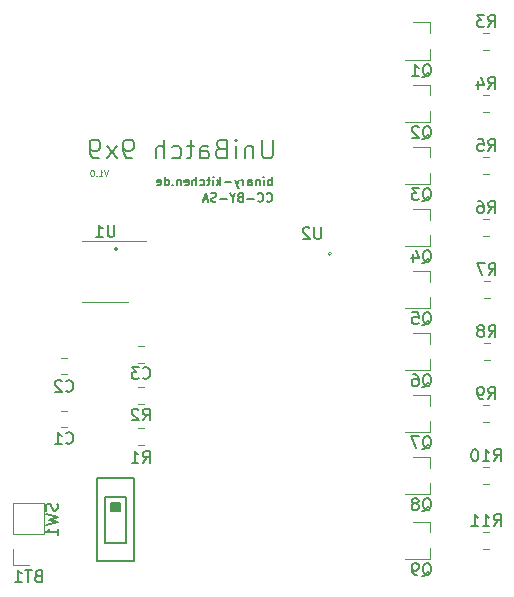
<source format=gbr>
%TF.GenerationSoftware,KiCad,Pcbnew,5.1.6*%
%TF.CreationDate,2020-08-10T20:46:36+02:00*%
%TF.ProjectId,unibatch-9x9,756e6962-6174-4636-982d-3978392e6b69,rev?*%
%TF.SameCoordinates,Original*%
%TF.FileFunction,Legend,Bot*%
%TF.FilePolarity,Positive*%
%FSLAX46Y46*%
G04 Gerber Fmt 4.6, Leading zero omitted, Abs format (unit mm)*
G04 Created by KiCad (PCBNEW 5.1.6) date 2020-08-10 20:46:36*
%MOMM*%
%LPD*%
G01*
G04 APERTURE LIST*
%ADD10C,0.150000*%
%ADD11C,0.140000*%
%ADD12C,0.110000*%
%ADD13C,0.187500*%
%ADD14C,0.100000*%
%ADD15C,0.120000*%
G04 APERTURE END LIST*
D10*
X9541421Y-21600000D02*
G75*
G03*
X9541421Y-21600000I-141421J0D01*
G01*
D11*
X22153857Y-17539857D02*
X22189571Y-17575571D01*
X22296714Y-17611285D01*
X22368142Y-17611285D01*
X22475285Y-17575571D01*
X22546714Y-17504142D01*
X22582428Y-17432714D01*
X22618142Y-17289857D01*
X22618142Y-17182714D01*
X22582428Y-17039857D01*
X22546714Y-16968428D01*
X22475285Y-16897000D01*
X22368142Y-16861285D01*
X22296714Y-16861285D01*
X22189571Y-16897000D01*
X22153857Y-16932714D01*
X21403857Y-17539857D02*
X21439571Y-17575571D01*
X21546714Y-17611285D01*
X21618142Y-17611285D01*
X21725285Y-17575571D01*
X21796714Y-17504142D01*
X21832428Y-17432714D01*
X21868142Y-17289857D01*
X21868142Y-17182714D01*
X21832428Y-17039857D01*
X21796714Y-16968428D01*
X21725285Y-16897000D01*
X21618142Y-16861285D01*
X21546714Y-16861285D01*
X21439571Y-16897000D01*
X21403857Y-16932714D01*
X21082428Y-17325571D02*
X20511000Y-17325571D01*
X19903857Y-17218428D02*
X19796714Y-17254142D01*
X19761000Y-17289857D01*
X19725285Y-17361285D01*
X19725285Y-17468428D01*
X19761000Y-17539857D01*
X19796714Y-17575571D01*
X19868142Y-17611285D01*
X20153857Y-17611285D01*
X20153857Y-16861285D01*
X19903857Y-16861285D01*
X19832428Y-16897000D01*
X19796714Y-16932714D01*
X19761000Y-17004142D01*
X19761000Y-17075571D01*
X19796714Y-17147000D01*
X19832428Y-17182714D01*
X19903857Y-17218428D01*
X20153857Y-17218428D01*
X19261000Y-17254142D02*
X19261000Y-17611285D01*
X19511000Y-16861285D02*
X19261000Y-17254142D01*
X19011000Y-16861285D01*
X18761000Y-17325571D02*
X18189571Y-17325571D01*
X17868142Y-17575571D02*
X17761000Y-17611285D01*
X17582428Y-17611285D01*
X17511000Y-17575571D01*
X17475285Y-17539857D01*
X17439571Y-17468428D01*
X17439571Y-17397000D01*
X17475285Y-17325571D01*
X17511000Y-17289857D01*
X17582428Y-17254142D01*
X17725285Y-17218428D01*
X17796714Y-17182714D01*
X17832428Y-17147000D01*
X17868142Y-17075571D01*
X17868142Y-17004142D01*
X17832428Y-16932714D01*
X17796714Y-16897000D01*
X17725285Y-16861285D01*
X17546714Y-16861285D01*
X17439571Y-16897000D01*
X17153857Y-17397000D02*
X16796714Y-17397000D01*
X17225285Y-17611285D02*
X16975285Y-16861285D01*
X16725285Y-17611285D01*
X22582428Y-16214285D02*
X22582428Y-15464285D01*
X22582428Y-15750000D02*
X22511000Y-15714285D01*
X22368142Y-15714285D01*
X22296714Y-15750000D01*
X22261000Y-15785714D01*
X22225285Y-15857142D01*
X22225285Y-16071428D01*
X22261000Y-16142857D01*
X22296714Y-16178571D01*
X22368142Y-16214285D01*
X22511000Y-16214285D01*
X22582428Y-16178571D01*
X21903857Y-16214285D02*
X21903857Y-15714285D01*
X21903857Y-15464285D02*
X21939571Y-15500000D01*
X21903857Y-15535714D01*
X21868142Y-15500000D01*
X21903857Y-15464285D01*
X21903857Y-15535714D01*
X21546714Y-15714285D02*
X21546714Y-16214285D01*
X21546714Y-15785714D02*
X21511000Y-15750000D01*
X21439571Y-15714285D01*
X21332428Y-15714285D01*
X21261000Y-15750000D01*
X21225285Y-15821428D01*
X21225285Y-16214285D01*
X20546714Y-16214285D02*
X20546714Y-15821428D01*
X20582428Y-15750000D01*
X20653857Y-15714285D01*
X20796714Y-15714285D01*
X20868142Y-15750000D01*
X20546714Y-16178571D02*
X20618142Y-16214285D01*
X20796714Y-16214285D01*
X20868142Y-16178571D01*
X20903857Y-16107142D01*
X20903857Y-16035714D01*
X20868142Y-15964285D01*
X20796714Y-15928571D01*
X20618142Y-15928571D01*
X20546714Y-15892857D01*
X20189571Y-16214285D02*
X20189571Y-15714285D01*
X20189571Y-15857142D02*
X20153857Y-15785714D01*
X20118142Y-15750000D01*
X20046714Y-15714285D01*
X19975285Y-15714285D01*
X19796714Y-15714285D02*
X19618142Y-16214285D01*
X19439571Y-15714285D02*
X19618142Y-16214285D01*
X19689571Y-16392857D01*
X19725285Y-16428571D01*
X19796714Y-16464285D01*
X19153857Y-15928571D02*
X18582428Y-15928571D01*
X18225285Y-16214285D02*
X18225285Y-15464285D01*
X18153857Y-15928571D02*
X17939571Y-16214285D01*
X17939571Y-15714285D02*
X18225285Y-16000000D01*
X17618142Y-16214285D02*
X17618142Y-15714285D01*
X17618142Y-15464285D02*
X17653857Y-15500000D01*
X17618142Y-15535714D01*
X17582428Y-15500000D01*
X17618142Y-15464285D01*
X17618142Y-15535714D01*
X17368142Y-15714285D02*
X17082428Y-15714285D01*
X17261000Y-15464285D02*
X17261000Y-16107142D01*
X17225285Y-16178571D01*
X17153857Y-16214285D01*
X17082428Y-16214285D01*
X16511000Y-16178571D02*
X16582428Y-16214285D01*
X16725285Y-16214285D01*
X16796714Y-16178571D01*
X16832428Y-16142857D01*
X16868142Y-16071428D01*
X16868142Y-15857142D01*
X16832428Y-15785714D01*
X16796714Y-15750000D01*
X16725285Y-15714285D01*
X16582428Y-15714285D01*
X16511000Y-15750000D01*
X16189571Y-16214285D02*
X16189571Y-15464285D01*
X15868142Y-16214285D02*
X15868142Y-15821428D01*
X15903857Y-15750000D01*
X15975285Y-15714285D01*
X16082428Y-15714285D01*
X16153857Y-15750000D01*
X16189571Y-15785714D01*
X15225285Y-16178571D02*
X15296714Y-16214285D01*
X15439571Y-16214285D01*
X15511000Y-16178571D01*
X15546714Y-16107142D01*
X15546714Y-15821428D01*
X15511000Y-15750000D01*
X15439571Y-15714285D01*
X15296714Y-15714285D01*
X15225285Y-15750000D01*
X15189571Y-15821428D01*
X15189571Y-15892857D01*
X15546714Y-15964285D01*
X14868142Y-15714285D02*
X14868142Y-16214285D01*
X14868142Y-15785714D02*
X14832428Y-15750000D01*
X14761000Y-15714285D01*
X14653857Y-15714285D01*
X14582428Y-15750000D01*
X14546714Y-15821428D01*
X14546714Y-16214285D01*
X14189571Y-16142857D02*
X14153857Y-16178571D01*
X14189571Y-16214285D01*
X14225285Y-16178571D01*
X14189571Y-16142857D01*
X14189571Y-16214285D01*
X13511000Y-16214285D02*
X13511000Y-15464285D01*
X13511000Y-16178571D02*
X13582428Y-16214285D01*
X13725285Y-16214285D01*
X13796714Y-16178571D01*
X13832428Y-16142857D01*
X13868142Y-16071428D01*
X13868142Y-15857142D01*
X13832428Y-15785714D01*
X13796714Y-15750000D01*
X13725285Y-15714285D01*
X13582428Y-15714285D01*
X13511000Y-15750000D01*
X12868142Y-16178571D02*
X12939571Y-16214285D01*
X13082428Y-16214285D01*
X13153857Y-16178571D01*
X13189571Y-16107142D01*
X13189571Y-15821428D01*
X13153857Y-15750000D01*
X13082428Y-15714285D01*
X12939571Y-15714285D01*
X12868142Y-15750000D01*
X12832428Y-15821428D01*
X12832428Y-15892857D01*
X13189571Y-15964285D01*
D12*
X8711904Y-14926190D02*
X8545238Y-15426190D01*
X8378571Y-14926190D01*
X7950000Y-15426190D02*
X8235714Y-15426190D01*
X8092857Y-15426190D02*
X8092857Y-14926190D01*
X8140476Y-14997619D01*
X8188095Y-15045238D01*
X8235714Y-15069047D01*
X7735714Y-15378571D02*
X7711904Y-15402380D01*
X7735714Y-15426190D01*
X7759523Y-15402380D01*
X7735714Y-15378571D01*
X7735714Y-15426190D01*
X7402380Y-14926190D02*
X7354761Y-14926190D01*
X7307142Y-14950000D01*
X7283333Y-14973809D01*
X7259523Y-15021428D01*
X7235714Y-15116666D01*
X7235714Y-15235714D01*
X7259523Y-15330952D01*
X7283333Y-15378571D01*
X7307142Y-15402380D01*
X7354761Y-15426190D01*
X7402380Y-15426190D01*
X7450000Y-15402380D01*
X7473809Y-15378571D01*
X7497619Y-15330952D01*
X7521428Y-15235714D01*
X7521428Y-15116666D01*
X7497619Y-15021428D01*
X7473809Y-14973809D01*
X7450000Y-14950000D01*
X7402380Y-14926190D01*
D13*
X22697172Y-12331809D02*
X22697172Y-13627047D01*
X22620982Y-13779428D01*
X22544791Y-13855619D01*
X22392410Y-13931809D01*
X22087648Y-13931809D01*
X21935267Y-13855619D01*
X21859077Y-13779428D01*
X21782886Y-13627047D01*
X21782886Y-12331809D01*
X21020982Y-12865142D02*
X21020982Y-13931809D01*
X21020982Y-13017523D02*
X20944791Y-12941333D01*
X20792410Y-12865142D01*
X20563839Y-12865142D01*
X20411458Y-12941333D01*
X20335267Y-13093714D01*
X20335267Y-13931809D01*
X19573363Y-13931809D02*
X19573363Y-12865142D01*
X19573363Y-12331809D02*
X19649553Y-12408000D01*
X19573363Y-12484190D01*
X19497172Y-12408000D01*
X19573363Y-12331809D01*
X19573363Y-12484190D01*
X18278125Y-13093714D02*
X18049553Y-13169904D01*
X17973363Y-13246095D01*
X17897172Y-13398476D01*
X17897172Y-13627047D01*
X17973363Y-13779428D01*
X18049553Y-13855619D01*
X18201934Y-13931809D01*
X18811458Y-13931809D01*
X18811458Y-12331809D01*
X18278125Y-12331809D01*
X18125744Y-12408000D01*
X18049553Y-12484190D01*
X17973363Y-12636571D01*
X17973363Y-12788952D01*
X18049553Y-12941333D01*
X18125744Y-13017523D01*
X18278125Y-13093714D01*
X18811458Y-13093714D01*
X16525744Y-13931809D02*
X16525744Y-13093714D01*
X16601934Y-12941333D01*
X16754315Y-12865142D01*
X17059077Y-12865142D01*
X17211458Y-12941333D01*
X16525744Y-13855619D02*
X16678125Y-13931809D01*
X17059077Y-13931809D01*
X17211458Y-13855619D01*
X17287648Y-13703238D01*
X17287648Y-13550857D01*
X17211458Y-13398476D01*
X17059077Y-13322285D01*
X16678125Y-13322285D01*
X16525744Y-13246095D01*
X15992410Y-12865142D02*
X15382886Y-12865142D01*
X15763839Y-12331809D02*
X15763839Y-13703238D01*
X15687648Y-13855619D01*
X15535267Y-13931809D01*
X15382886Y-13931809D01*
X14163839Y-13855619D02*
X14316220Y-13931809D01*
X14620982Y-13931809D01*
X14773363Y-13855619D01*
X14849553Y-13779428D01*
X14925744Y-13627047D01*
X14925744Y-13169904D01*
X14849553Y-13017523D01*
X14773363Y-12941333D01*
X14620982Y-12865142D01*
X14316220Y-12865142D01*
X14163839Y-12941333D01*
X13478125Y-13931809D02*
X13478125Y-12331809D01*
X12792410Y-13931809D02*
X12792410Y-13093714D01*
X12868601Y-12941333D01*
X13020982Y-12865142D01*
X13249553Y-12865142D01*
X13401934Y-12941333D01*
X13478125Y-13017523D01*
X10735267Y-13931809D02*
X10430505Y-13931809D01*
X10278125Y-13855619D01*
X10201934Y-13779428D01*
X10049553Y-13550857D01*
X9973363Y-13246095D01*
X9973363Y-12636571D01*
X10049553Y-12484190D01*
X10125744Y-12408000D01*
X10278125Y-12331809D01*
X10582886Y-12331809D01*
X10735267Y-12408000D01*
X10811458Y-12484190D01*
X10887648Y-12636571D01*
X10887648Y-13017523D01*
X10811458Y-13169904D01*
X10735267Y-13246095D01*
X10582886Y-13322285D01*
X10278125Y-13322285D01*
X10125744Y-13246095D01*
X10049553Y-13169904D01*
X9973363Y-13017523D01*
X9440029Y-13931809D02*
X8601934Y-12865142D01*
X9440029Y-12865142D02*
X8601934Y-13931809D01*
X7916220Y-13931809D02*
X7611458Y-13931809D01*
X7459077Y-13855619D01*
X7382886Y-13779428D01*
X7230505Y-13550857D01*
X7154315Y-13246095D01*
X7154315Y-12636571D01*
X7230505Y-12484190D01*
X7306696Y-12408000D01*
X7459077Y-12331809D01*
X7763839Y-12331809D01*
X7916220Y-12408000D01*
X7992410Y-12484190D01*
X8068601Y-12636571D01*
X8068601Y-13017523D01*
X7992410Y-13169904D01*
X7916220Y-13246095D01*
X7763839Y-13322285D01*
X7459077Y-13322285D01*
X7306696Y-13246095D01*
X7230505Y-13169904D01*
X7154315Y-13017523D01*
D14*
%TO.C,U2*%
X27641421Y-22000000D02*
G75*
G03*
X27641421Y-22000000I-141421J0D01*
G01*
D15*
%TO.C,U1*%
X8500000Y-20940000D02*
X11950000Y-20940000D01*
X8500000Y-20940000D02*
X6550000Y-20940000D01*
X8500000Y-26060000D02*
X10450000Y-26060000D01*
X8500000Y-26060000D02*
X6550000Y-26060000D01*
D10*
%TO.C,SW1*%
G36*
X9000000Y-43100000D02*
G01*
X9000000Y-43800000D01*
X9700000Y-43800000D01*
X9700000Y-43100000D01*
X9000000Y-43100000D01*
G37*
X9000000Y-43100000D02*
X9000000Y-43800000D01*
X9700000Y-43800000D01*
X9700000Y-43100000D01*
X9000000Y-43100000D01*
X9000000Y-43800000D02*
X9000000Y-43100000D01*
X9700000Y-43800000D02*
X9000000Y-43800000D01*
X9700000Y-43100000D02*
X9700000Y-43800000D01*
X9000000Y-43100000D02*
X9700000Y-43100000D01*
X8500000Y-46500000D02*
X8500000Y-42600000D01*
X10200000Y-46500000D02*
X8500000Y-46500000D01*
X10200000Y-42600000D02*
X10200000Y-46500000D01*
X8500000Y-42600000D02*
X10200000Y-42600000D01*
X10900000Y-48000000D02*
X10900000Y-41000000D01*
X7800000Y-48000000D02*
X10900000Y-48000000D01*
X7800000Y-41000000D02*
X7800000Y-48000000D01*
X10900000Y-41000000D02*
X7800000Y-41000000D01*
D15*
%TO.C,R11*%
X41011252Y-46960000D02*
X40488748Y-46960000D01*
X41011252Y-45540000D02*
X40488748Y-45540000D01*
%TO.C,R10*%
X41011252Y-41460000D02*
X40488748Y-41460000D01*
X41011252Y-40040000D02*
X40488748Y-40040000D01*
%TO.C,R9*%
X41011252Y-36210000D02*
X40488748Y-36210000D01*
X41011252Y-34790000D02*
X40488748Y-34790000D01*
%TO.C,R8*%
X41036252Y-30960000D02*
X40513748Y-30960000D01*
X41036252Y-29540000D02*
X40513748Y-29540000D01*
%TO.C,R7*%
X41036252Y-25710000D02*
X40513748Y-25710000D01*
X41036252Y-24290000D02*
X40513748Y-24290000D01*
%TO.C,R6*%
X41011252Y-20460000D02*
X40488748Y-20460000D01*
X41011252Y-19040000D02*
X40488748Y-19040000D01*
%TO.C,R5*%
X41011252Y-15210000D02*
X40488748Y-15210000D01*
X41011252Y-13790000D02*
X40488748Y-13790000D01*
%TO.C,R4*%
X40986252Y-9960000D02*
X40463748Y-9960000D01*
X40986252Y-8540000D02*
X40463748Y-8540000D01*
%TO.C,R3*%
X41011252Y-4710000D02*
X40488748Y-4710000D01*
X41011252Y-3290000D02*
X40488748Y-3290000D01*
%TO.C,R2*%
X11238748Y-33290000D02*
X11761252Y-33290000D01*
X11238748Y-34710000D02*
X11761252Y-34710000D01*
%TO.C,R1*%
X11761252Y-38210000D02*
X11238748Y-38210000D01*
X11761252Y-36790000D02*
X11238748Y-36790000D01*
%TO.C,Q9*%
X36010000Y-44670000D02*
X34550000Y-44670000D01*
X36010000Y-47830000D02*
X33850000Y-47830000D01*
X36010000Y-47830000D02*
X36010000Y-46900000D01*
X36010000Y-44670000D02*
X36010000Y-45600000D01*
%TO.C,Q8*%
X36010000Y-39170000D02*
X34550000Y-39170000D01*
X36010000Y-42330000D02*
X33850000Y-42330000D01*
X36010000Y-42330000D02*
X36010000Y-41400000D01*
X36010000Y-39170000D02*
X36010000Y-40100000D01*
%TO.C,Q7*%
X36010000Y-33920000D02*
X34550000Y-33920000D01*
X36010000Y-37080000D02*
X33850000Y-37080000D01*
X36010000Y-37080000D02*
X36010000Y-36150000D01*
X36010000Y-33920000D02*
X36010000Y-34850000D01*
%TO.C,Q6*%
X36010000Y-28670000D02*
X34550000Y-28670000D01*
X36010000Y-31830000D02*
X33850000Y-31830000D01*
X36010000Y-31830000D02*
X36010000Y-30900000D01*
X36010000Y-28670000D02*
X36010000Y-29600000D01*
%TO.C,Q5*%
X36010000Y-23420000D02*
X34550000Y-23420000D01*
X36010000Y-26580000D02*
X33850000Y-26580000D01*
X36010000Y-26580000D02*
X36010000Y-25650000D01*
X36010000Y-23420000D02*
X36010000Y-24350000D01*
%TO.C,Q4*%
X36010000Y-18170000D02*
X34550000Y-18170000D01*
X36010000Y-21330000D02*
X33850000Y-21330000D01*
X36010000Y-21330000D02*
X36010000Y-20400000D01*
X36010000Y-18170000D02*
X36010000Y-19100000D01*
%TO.C,Q3*%
X36010000Y-12920000D02*
X34550000Y-12920000D01*
X36010000Y-16080000D02*
X33850000Y-16080000D01*
X36010000Y-16080000D02*
X36010000Y-15150000D01*
X36010000Y-12920000D02*
X36010000Y-13850000D01*
%TO.C,Q2*%
X36010000Y-7670000D02*
X34550000Y-7670000D01*
X36010000Y-10830000D02*
X33850000Y-10830000D01*
X36010000Y-10830000D02*
X36010000Y-9900000D01*
X36010000Y-7670000D02*
X36010000Y-8600000D01*
%TO.C,Q1*%
X36010000Y-2420000D02*
X34550000Y-2420000D01*
X36010000Y-5580000D02*
X33850000Y-5580000D01*
X36010000Y-5580000D02*
X36010000Y-4650000D01*
X36010000Y-2420000D02*
X36010000Y-3350000D01*
%TO.C,C3*%
X11238748Y-29790000D02*
X11761252Y-29790000D01*
X11238748Y-31210000D02*
X11761252Y-31210000D01*
%TO.C,C2*%
X5261252Y-32210000D02*
X4738748Y-32210000D01*
X5261252Y-30790000D02*
X4738748Y-30790000D01*
%TO.C,C1*%
X4738748Y-35290000D02*
X5261252Y-35290000D01*
X4738748Y-36710000D02*
X5261252Y-36710000D01*
%TO.C,BT1*%
X670000Y-48330000D02*
X2000000Y-48330000D01*
X670000Y-47000000D02*
X670000Y-48330000D01*
X670000Y-45730000D02*
X3330000Y-45730000D01*
X3330000Y-45730000D02*
X3330000Y-43130000D01*
X670000Y-45730000D02*
X670000Y-43130000D01*
X670000Y-43130000D02*
X3330000Y-43130000D01*
%TO.C,U2*%
D10*
X26761904Y-19752380D02*
X26761904Y-20561904D01*
X26714285Y-20657142D01*
X26666666Y-20704761D01*
X26571428Y-20752380D01*
X26380952Y-20752380D01*
X26285714Y-20704761D01*
X26238095Y-20657142D01*
X26190476Y-20561904D01*
X26190476Y-19752380D01*
X25761904Y-19847619D02*
X25714285Y-19800000D01*
X25619047Y-19752380D01*
X25380952Y-19752380D01*
X25285714Y-19800000D01*
X25238095Y-19847619D01*
X25190476Y-19942857D01*
X25190476Y-20038095D01*
X25238095Y-20180952D01*
X25809523Y-20752380D01*
X25190476Y-20752380D01*
%TO.C,U1*%
X9261904Y-19552380D02*
X9261904Y-20361904D01*
X9214285Y-20457142D01*
X9166666Y-20504761D01*
X9071428Y-20552380D01*
X8880952Y-20552380D01*
X8785714Y-20504761D01*
X8738095Y-20457142D01*
X8690476Y-20361904D01*
X8690476Y-19552380D01*
X7690476Y-20552380D02*
X8261904Y-20552380D01*
X7976190Y-20552380D02*
X7976190Y-19552380D01*
X8071428Y-19695238D01*
X8166666Y-19790476D01*
X8261904Y-19838095D01*
%TO.C,SW1*%
X4404761Y-43166666D02*
X4452380Y-43309523D01*
X4452380Y-43547619D01*
X4404761Y-43642857D01*
X4357142Y-43690476D01*
X4261904Y-43738095D01*
X4166666Y-43738095D01*
X4071428Y-43690476D01*
X4023809Y-43642857D01*
X3976190Y-43547619D01*
X3928571Y-43357142D01*
X3880952Y-43261904D01*
X3833333Y-43214285D01*
X3738095Y-43166666D01*
X3642857Y-43166666D01*
X3547619Y-43214285D01*
X3500000Y-43261904D01*
X3452380Y-43357142D01*
X3452380Y-43595238D01*
X3500000Y-43738095D01*
X3452380Y-44071428D02*
X4452380Y-44309523D01*
X3738095Y-44500000D01*
X4452380Y-44690476D01*
X3452380Y-44928571D01*
X4452380Y-45833333D02*
X4452380Y-45261904D01*
X4452380Y-45547619D02*
X3452380Y-45547619D01*
X3595238Y-45452380D01*
X3690476Y-45357142D01*
X3738095Y-45261904D01*
%TO.C,R11*%
X41392857Y-45052380D02*
X41726190Y-44576190D01*
X41964285Y-45052380D02*
X41964285Y-44052380D01*
X41583333Y-44052380D01*
X41488095Y-44100000D01*
X41440476Y-44147619D01*
X41392857Y-44242857D01*
X41392857Y-44385714D01*
X41440476Y-44480952D01*
X41488095Y-44528571D01*
X41583333Y-44576190D01*
X41964285Y-44576190D01*
X40440476Y-45052380D02*
X41011904Y-45052380D01*
X40726190Y-45052380D02*
X40726190Y-44052380D01*
X40821428Y-44195238D01*
X40916666Y-44290476D01*
X41011904Y-44338095D01*
X39488095Y-45052380D02*
X40059523Y-45052380D01*
X39773809Y-45052380D02*
X39773809Y-44052380D01*
X39869047Y-44195238D01*
X39964285Y-44290476D01*
X40059523Y-44338095D01*
%TO.C,R10*%
X41392857Y-39552380D02*
X41726190Y-39076190D01*
X41964285Y-39552380D02*
X41964285Y-38552380D01*
X41583333Y-38552380D01*
X41488095Y-38600000D01*
X41440476Y-38647619D01*
X41392857Y-38742857D01*
X41392857Y-38885714D01*
X41440476Y-38980952D01*
X41488095Y-39028571D01*
X41583333Y-39076190D01*
X41964285Y-39076190D01*
X40440476Y-39552380D02*
X41011904Y-39552380D01*
X40726190Y-39552380D02*
X40726190Y-38552380D01*
X40821428Y-38695238D01*
X40916666Y-38790476D01*
X41011904Y-38838095D01*
X39821428Y-38552380D02*
X39726190Y-38552380D01*
X39630952Y-38600000D01*
X39583333Y-38647619D01*
X39535714Y-38742857D01*
X39488095Y-38933333D01*
X39488095Y-39171428D01*
X39535714Y-39361904D01*
X39583333Y-39457142D01*
X39630952Y-39504761D01*
X39726190Y-39552380D01*
X39821428Y-39552380D01*
X39916666Y-39504761D01*
X39964285Y-39457142D01*
X40011904Y-39361904D01*
X40059523Y-39171428D01*
X40059523Y-38933333D01*
X40011904Y-38742857D01*
X39964285Y-38647619D01*
X39916666Y-38600000D01*
X39821428Y-38552380D01*
%TO.C,R9*%
X40916666Y-34302380D02*
X41250000Y-33826190D01*
X41488095Y-34302380D02*
X41488095Y-33302380D01*
X41107142Y-33302380D01*
X41011904Y-33350000D01*
X40964285Y-33397619D01*
X40916666Y-33492857D01*
X40916666Y-33635714D01*
X40964285Y-33730952D01*
X41011904Y-33778571D01*
X41107142Y-33826190D01*
X41488095Y-33826190D01*
X40440476Y-34302380D02*
X40250000Y-34302380D01*
X40154761Y-34254761D01*
X40107142Y-34207142D01*
X40011904Y-34064285D01*
X39964285Y-33873809D01*
X39964285Y-33492857D01*
X40011904Y-33397619D01*
X40059523Y-33350000D01*
X40154761Y-33302380D01*
X40345238Y-33302380D01*
X40440476Y-33350000D01*
X40488095Y-33397619D01*
X40535714Y-33492857D01*
X40535714Y-33730952D01*
X40488095Y-33826190D01*
X40440476Y-33873809D01*
X40345238Y-33921428D01*
X40154761Y-33921428D01*
X40059523Y-33873809D01*
X40011904Y-33826190D01*
X39964285Y-33730952D01*
%TO.C,R8*%
X40941666Y-29052380D02*
X41275000Y-28576190D01*
X41513095Y-29052380D02*
X41513095Y-28052380D01*
X41132142Y-28052380D01*
X41036904Y-28100000D01*
X40989285Y-28147619D01*
X40941666Y-28242857D01*
X40941666Y-28385714D01*
X40989285Y-28480952D01*
X41036904Y-28528571D01*
X41132142Y-28576190D01*
X41513095Y-28576190D01*
X40370238Y-28480952D02*
X40465476Y-28433333D01*
X40513095Y-28385714D01*
X40560714Y-28290476D01*
X40560714Y-28242857D01*
X40513095Y-28147619D01*
X40465476Y-28100000D01*
X40370238Y-28052380D01*
X40179761Y-28052380D01*
X40084523Y-28100000D01*
X40036904Y-28147619D01*
X39989285Y-28242857D01*
X39989285Y-28290476D01*
X40036904Y-28385714D01*
X40084523Y-28433333D01*
X40179761Y-28480952D01*
X40370238Y-28480952D01*
X40465476Y-28528571D01*
X40513095Y-28576190D01*
X40560714Y-28671428D01*
X40560714Y-28861904D01*
X40513095Y-28957142D01*
X40465476Y-29004761D01*
X40370238Y-29052380D01*
X40179761Y-29052380D01*
X40084523Y-29004761D01*
X40036904Y-28957142D01*
X39989285Y-28861904D01*
X39989285Y-28671428D01*
X40036904Y-28576190D01*
X40084523Y-28528571D01*
X40179761Y-28480952D01*
%TO.C,R7*%
X40941666Y-23802380D02*
X41275000Y-23326190D01*
X41513095Y-23802380D02*
X41513095Y-22802380D01*
X41132142Y-22802380D01*
X41036904Y-22850000D01*
X40989285Y-22897619D01*
X40941666Y-22992857D01*
X40941666Y-23135714D01*
X40989285Y-23230952D01*
X41036904Y-23278571D01*
X41132142Y-23326190D01*
X41513095Y-23326190D01*
X40608333Y-22802380D02*
X39941666Y-22802380D01*
X40370238Y-23802380D01*
%TO.C,R6*%
X40916666Y-18552380D02*
X41250000Y-18076190D01*
X41488095Y-18552380D02*
X41488095Y-17552380D01*
X41107142Y-17552380D01*
X41011904Y-17600000D01*
X40964285Y-17647619D01*
X40916666Y-17742857D01*
X40916666Y-17885714D01*
X40964285Y-17980952D01*
X41011904Y-18028571D01*
X41107142Y-18076190D01*
X41488095Y-18076190D01*
X40059523Y-17552380D02*
X40250000Y-17552380D01*
X40345238Y-17600000D01*
X40392857Y-17647619D01*
X40488095Y-17790476D01*
X40535714Y-17980952D01*
X40535714Y-18361904D01*
X40488095Y-18457142D01*
X40440476Y-18504761D01*
X40345238Y-18552380D01*
X40154761Y-18552380D01*
X40059523Y-18504761D01*
X40011904Y-18457142D01*
X39964285Y-18361904D01*
X39964285Y-18123809D01*
X40011904Y-18028571D01*
X40059523Y-17980952D01*
X40154761Y-17933333D01*
X40345238Y-17933333D01*
X40440476Y-17980952D01*
X40488095Y-18028571D01*
X40535714Y-18123809D01*
%TO.C,R5*%
X40916666Y-13302380D02*
X41250000Y-12826190D01*
X41488095Y-13302380D02*
X41488095Y-12302380D01*
X41107142Y-12302380D01*
X41011904Y-12350000D01*
X40964285Y-12397619D01*
X40916666Y-12492857D01*
X40916666Y-12635714D01*
X40964285Y-12730952D01*
X41011904Y-12778571D01*
X41107142Y-12826190D01*
X41488095Y-12826190D01*
X40011904Y-12302380D02*
X40488095Y-12302380D01*
X40535714Y-12778571D01*
X40488095Y-12730952D01*
X40392857Y-12683333D01*
X40154761Y-12683333D01*
X40059523Y-12730952D01*
X40011904Y-12778571D01*
X39964285Y-12873809D01*
X39964285Y-13111904D01*
X40011904Y-13207142D01*
X40059523Y-13254761D01*
X40154761Y-13302380D01*
X40392857Y-13302380D01*
X40488095Y-13254761D01*
X40535714Y-13207142D01*
%TO.C,R4*%
X40891666Y-8052380D02*
X41225000Y-7576190D01*
X41463095Y-8052380D02*
X41463095Y-7052380D01*
X41082142Y-7052380D01*
X40986904Y-7100000D01*
X40939285Y-7147619D01*
X40891666Y-7242857D01*
X40891666Y-7385714D01*
X40939285Y-7480952D01*
X40986904Y-7528571D01*
X41082142Y-7576190D01*
X41463095Y-7576190D01*
X40034523Y-7385714D02*
X40034523Y-8052380D01*
X40272619Y-7004761D02*
X40510714Y-7719047D01*
X39891666Y-7719047D01*
%TO.C,R3*%
X40916666Y-2802380D02*
X41250000Y-2326190D01*
X41488095Y-2802380D02*
X41488095Y-1802380D01*
X41107142Y-1802380D01*
X41011904Y-1850000D01*
X40964285Y-1897619D01*
X40916666Y-1992857D01*
X40916666Y-2135714D01*
X40964285Y-2230952D01*
X41011904Y-2278571D01*
X41107142Y-2326190D01*
X41488095Y-2326190D01*
X40583333Y-1802380D02*
X39964285Y-1802380D01*
X40297619Y-2183333D01*
X40154761Y-2183333D01*
X40059523Y-2230952D01*
X40011904Y-2278571D01*
X39964285Y-2373809D01*
X39964285Y-2611904D01*
X40011904Y-2707142D01*
X40059523Y-2754761D01*
X40154761Y-2802380D01*
X40440476Y-2802380D01*
X40535714Y-2754761D01*
X40583333Y-2707142D01*
%TO.C,R2*%
X11666666Y-36102380D02*
X12000000Y-35626190D01*
X12238095Y-36102380D02*
X12238095Y-35102380D01*
X11857142Y-35102380D01*
X11761904Y-35150000D01*
X11714285Y-35197619D01*
X11666666Y-35292857D01*
X11666666Y-35435714D01*
X11714285Y-35530952D01*
X11761904Y-35578571D01*
X11857142Y-35626190D01*
X12238095Y-35626190D01*
X11285714Y-35197619D02*
X11238095Y-35150000D01*
X11142857Y-35102380D01*
X10904761Y-35102380D01*
X10809523Y-35150000D01*
X10761904Y-35197619D01*
X10714285Y-35292857D01*
X10714285Y-35388095D01*
X10761904Y-35530952D01*
X11333333Y-36102380D01*
X10714285Y-36102380D01*
%TO.C,R1*%
X11666666Y-39702380D02*
X12000000Y-39226190D01*
X12238095Y-39702380D02*
X12238095Y-38702380D01*
X11857142Y-38702380D01*
X11761904Y-38750000D01*
X11714285Y-38797619D01*
X11666666Y-38892857D01*
X11666666Y-39035714D01*
X11714285Y-39130952D01*
X11761904Y-39178571D01*
X11857142Y-39226190D01*
X12238095Y-39226190D01*
X10714285Y-39702380D02*
X11285714Y-39702380D01*
X11000000Y-39702380D02*
X11000000Y-38702380D01*
X11095238Y-38845238D01*
X11190476Y-38940476D01*
X11285714Y-38988095D01*
%TO.C,Q9*%
X35345238Y-49297619D02*
X35440476Y-49250000D01*
X35535714Y-49154761D01*
X35678571Y-49011904D01*
X35773809Y-48964285D01*
X35869047Y-48964285D01*
X35821428Y-49202380D02*
X35916666Y-49154761D01*
X36011904Y-49059523D01*
X36059523Y-48869047D01*
X36059523Y-48535714D01*
X36011904Y-48345238D01*
X35916666Y-48250000D01*
X35821428Y-48202380D01*
X35630952Y-48202380D01*
X35535714Y-48250000D01*
X35440476Y-48345238D01*
X35392857Y-48535714D01*
X35392857Y-48869047D01*
X35440476Y-49059523D01*
X35535714Y-49154761D01*
X35630952Y-49202380D01*
X35821428Y-49202380D01*
X34916666Y-49202380D02*
X34726190Y-49202380D01*
X34630952Y-49154761D01*
X34583333Y-49107142D01*
X34488095Y-48964285D01*
X34440476Y-48773809D01*
X34440476Y-48392857D01*
X34488095Y-48297619D01*
X34535714Y-48250000D01*
X34630952Y-48202380D01*
X34821428Y-48202380D01*
X34916666Y-48250000D01*
X34964285Y-48297619D01*
X35011904Y-48392857D01*
X35011904Y-48630952D01*
X34964285Y-48726190D01*
X34916666Y-48773809D01*
X34821428Y-48821428D01*
X34630952Y-48821428D01*
X34535714Y-48773809D01*
X34488095Y-48726190D01*
X34440476Y-48630952D01*
%TO.C,Q8*%
X35345238Y-43797619D02*
X35440476Y-43750000D01*
X35535714Y-43654761D01*
X35678571Y-43511904D01*
X35773809Y-43464285D01*
X35869047Y-43464285D01*
X35821428Y-43702380D02*
X35916666Y-43654761D01*
X36011904Y-43559523D01*
X36059523Y-43369047D01*
X36059523Y-43035714D01*
X36011904Y-42845238D01*
X35916666Y-42750000D01*
X35821428Y-42702380D01*
X35630952Y-42702380D01*
X35535714Y-42750000D01*
X35440476Y-42845238D01*
X35392857Y-43035714D01*
X35392857Y-43369047D01*
X35440476Y-43559523D01*
X35535714Y-43654761D01*
X35630952Y-43702380D01*
X35821428Y-43702380D01*
X34821428Y-43130952D02*
X34916666Y-43083333D01*
X34964285Y-43035714D01*
X35011904Y-42940476D01*
X35011904Y-42892857D01*
X34964285Y-42797619D01*
X34916666Y-42750000D01*
X34821428Y-42702380D01*
X34630952Y-42702380D01*
X34535714Y-42750000D01*
X34488095Y-42797619D01*
X34440476Y-42892857D01*
X34440476Y-42940476D01*
X34488095Y-43035714D01*
X34535714Y-43083333D01*
X34630952Y-43130952D01*
X34821428Y-43130952D01*
X34916666Y-43178571D01*
X34964285Y-43226190D01*
X35011904Y-43321428D01*
X35011904Y-43511904D01*
X34964285Y-43607142D01*
X34916666Y-43654761D01*
X34821428Y-43702380D01*
X34630952Y-43702380D01*
X34535714Y-43654761D01*
X34488095Y-43607142D01*
X34440476Y-43511904D01*
X34440476Y-43321428D01*
X34488095Y-43226190D01*
X34535714Y-43178571D01*
X34630952Y-43130952D01*
%TO.C,Q7*%
X35345238Y-38547619D02*
X35440476Y-38500000D01*
X35535714Y-38404761D01*
X35678571Y-38261904D01*
X35773809Y-38214285D01*
X35869047Y-38214285D01*
X35821428Y-38452380D02*
X35916666Y-38404761D01*
X36011904Y-38309523D01*
X36059523Y-38119047D01*
X36059523Y-37785714D01*
X36011904Y-37595238D01*
X35916666Y-37500000D01*
X35821428Y-37452380D01*
X35630952Y-37452380D01*
X35535714Y-37500000D01*
X35440476Y-37595238D01*
X35392857Y-37785714D01*
X35392857Y-38119047D01*
X35440476Y-38309523D01*
X35535714Y-38404761D01*
X35630952Y-38452380D01*
X35821428Y-38452380D01*
X35059523Y-37452380D02*
X34392857Y-37452380D01*
X34821428Y-38452380D01*
%TO.C,Q6*%
X35345238Y-33297619D02*
X35440476Y-33250000D01*
X35535714Y-33154761D01*
X35678571Y-33011904D01*
X35773809Y-32964285D01*
X35869047Y-32964285D01*
X35821428Y-33202380D02*
X35916666Y-33154761D01*
X36011904Y-33059523D01*
X36059523Y-32869047D01*
X36059523Y-32535714D01*
X36011904Y-32345238D01*
X35916666Y-32250000D01*
X35821428Y-32202380D01*
X35630952Y-32202380D01*
X35535714Y-32250000D01*
X35440476Y-32345238D01*
X35392857Y-32535714D01*
X35392857Y-32869047D01*
X35440476Y-33059523D01*
X35535714Y-33154761D01*
X35630952Y-33202380D01*
X35821428Y-33202380D01*
X34535714Y-32202380D02*
X34726190Y-32202380D01*
X34821428Y-32250000D01*
X34869047Y-32297619D01*
X34964285Y-32440476D01*
X35011904Y-32630952D01*
X35011904Y-33011904D01*
X34964285Y-33107142D01*
X34916666Y-33154761D01*
X34821428Y-33202380D01*
X34630952Y-33202380D01*
X34535714Y-33154761D01*
X34488095Y-33107142D01*
X34440476Y-33011904D01*
X34440476Y-32773809D01*
X34488095Y-32678571D01*
X34535714Y-32630952D01*
X34630952Y-32583333D01*
X34821428Y-32583333D01*
X34916666Y-32630952D01*
X34964285Y-32678571D01*
X35011904Y-32773809D01*
%TO.C,Q5*%
X35345238Y-28047619D02*
X35440476Y-28000000D01*
X35535714Y-27904761D01*
X35678571Y-27761904D01*
X35773809Y-27714285D01*
X35869047Y-27714285D01*
X35821428Y-27952380D02*
X35916666Y-27904761D01*
X36011904Y-27809523D01*
X36059523Y-27619047D01*
X36059523Y-27285714D01*
X36011904Y-27095238D01*
X35916666Y-27000000D01*
X35821428Y-26952380D01*
X35630952Y-26952380D01*
X35535714Y-27000000D01*
X35440476Y-27095238D01*
X35392857Y-27285714D01*
X35392857Y-27619047D01*
X35440476Y-27809523D01*
X35535714Y-27904761D01*
X35630952Y-27952380D01*
X35821428Y-27952380D01*
X34488095Y-26952380D02*
X34964285Y-26952380D01*
X35011904Y-27428571D01*
X34964285Y-27380952D01*
X34869047Y-27333333D01*
X34630952Y-27333333D01*
X34535714Y-27380952D01*
X34488095Y-27428571D01*
X34440476Y-27523809D01*
X34440476Y-27761904D01*
X34488095Y-27857142D01*
X34535714Y-27904761D01*
X34630952Y-27952380D01*
X34869047Y-27952380D01*
X34964285Y-27904761D01*
X35011904Y-27857142D01*
%TO.C,Q4*%
X35345238Y-22797619D02*
X35440476Y-22750000D01*
X35535714Y-22654761D01*
X35678571Y-22511904D01*
X35773809Y-22464285D01*
X35869047Y-22464285D01*
X35821428Y-22702380D02*
X35916666Y-22654761D01*
X36011904Y-22559523D01*
X36059523Y-22369047D01*
X36059523Y-22035714D01*
X36011904Y-21845238D01*
X35916666Y-21750000D01*
X35821428Y-21702380D01*
X35630952Y-21702380D01*
X35535714Y-21750000D01*
X35440476Y-21845238D01*
X35392857Y-22035714D01*
X35392857Y-22369047D01*
X35440476Y-22559523D01*
X35535714Y-22654761D01*
X35630952Y-22702380D01*
X35821428Y-22702380D01*
X34535714Y-22035714D02*
X34535714Y-22702380D01*
X34773809Y-21654761D02*
X35011904Y-22369047D01*
X34392857Y-22369047D01*
%TO.C,Q3*%
X35345238Y-17547619D02*
X35440476Y-17500000D01*
X35535714Y-17404761D01*
X35678571Y-17261904D01*
X35773809Y-17214285D01*
X35869047Y-17214285D01*
X35821428Y-17452380D02*
X35916666Y-17404761D01*
X36011904Y-17309523D01*
X36059523Y-17119047D01*
X36059523Y-16785714D01*
X36011904Y-16595238D01*
X35916666Y-16500000D01*
X35821428Y-16452380D01*
X35630952Y-16452380D01*
X35535714Y-16500000D01*
X35440476Y-16595238D01*
X35392857Y-16785714D01*
X35392857Y-17119047D01*
X35440476Y-17309523D01*
X35535714Y-17404761D01*
X35630952Y-17452380D01*
X35821428Y-17452380D01*
X35059523Y-16452380D02*
X34440476Y-16452380D01*
X34773809Y-16833333D01*
X34630952Y-16833333D01*
X34535714Y-16880952D01*
X34488095Y-16928571D01*
X34440476Y-17023809D01*
X34440476Y-17261904D01*
X34488095Y-17357142D01*
X34535714Y-17404761D01*
X34630952Y-17452380D01*
X34916666Y-17452380D01*
X35011904Y-17404761D01*
X35059523Y-17357142D01*
%TO.C,Q2*%
X35345238Y-12297619D02*
X35440476Y-12250000D01*
X35535714Y-12154761D01*
X35678571Y-12011904D01*
X35773809Y-11964285D01*
X35869047Y-11964285D01*
X35821428Y-12202380D02*
X35916666Y-12154761D01*
X36011904Y-12059523D01*
X36059523Y-11869047D01*
X36059523Y-11535714D01*
X36011904Y-11345238D01*
X35916666Y-11250000D01*
X35821428Y-11202380D01*
X35630952Y-11202380D01*
X35535714Y-11250000D01*
X35440476Y-11345238D01*
X35392857Y-11535714D01*
X35392857Y-11869047D01*
X35440476Y-12059523D01*
X35535714Y-12154761D01*
X35630952Y-12202380D01*
X35821428Y-12202380D01*
X35011904Y-11297619D02*
X34964285Y-11250000D01*
X34869047Y-11202380D01*
X34630952Y-11202380D01*
X34535714Y-11250000D01*
X34488095Y-11297619D01*
X34440476Y-11392857D01*
X34440476Y-11488095D01*
X34488095Y-11630952D01*
X35059523Y-12202380D01*
X34440476Y-12202380D01*
%TO.C,Q1*%
X35345238Y-7047619D02*
X35440476Y-7000000D01*
X35535714Y-6904761D01*
X35678571Y-6761904D01*
X35773809Y-6714285D01*
X35869047Y-6714285D01*
X35821428Y-6952380D02*
X35916666Y-6904761D01*
X36011904Y-6809523D01*
X36059523Y-6619047D01*
X36059523Y-6285714D01*
X36011904Y-6095238D01*
X35916666Y-6000000D01*
X35821428Y-5952380D01*
X35630952Y-5952380D01*
X35535714Y-6000000D01*
X35440476Y-6095238D01*
X35392857Y-6285714D01*
X35392857Y-6619047D01*
X35440476Y-6809523D01*
X35535714Y-6904761D01*
X35630952Y-6952380D01*
X35821428Y-6952380D01*
X34440476Y-6952380D02*
X35011904Y-6952380D01*
X34726190Y-6952380D02*
X34726190Y-5952380D01*
X34821428Y-6095238D01*
X34916666Y-6190476D01*
X35011904Y-6238095D01*
%TO.C,C3*%
X11666666Y-32507142D02*
X11714285Y-32554761D01*
X11857142Y-32602380D01*
X11952380Y-32602380D01*
X12095238Y-32554761D01*
X12190476Y-32459523D01*
X12238095Y-32364285D01*
X12285714Y-32173809D01*
X12285714Y-32030952D01*
X12238095Y-31840476D01*
X12190476Y-31745238D01*
X12095238Y-31650000D01*
X11952380Y-31602380D01*
X11857142Y-31602380D01*
X11714285Y-31650000D01*
X11666666Y-31697619D01*
X11333333Y-31602380D02*
X10714285Y-31602380D01*
X11047619Y-31983333D01*
X10904761Y-31983333D01*
X10809523Y-32030952D01*
X10761904Y-32078571D01*
X10714285Y-32173809D01*
X10714285Y-32411904D01*
X10761904Y-32507142D01*
X10809523Y-32554761D01*
X10904761Y-32602380D01*
X11190476Y-32602380D01*
X11285714Y-32554761D01*
X11333333Y-32507142D01*
%TO.C,C2*%
X5166666Y-33607142D02*
X5214285Y-33654761D01*
X5357142Y-33702380D01*
X5452380Y-33702380D01*
X5595238Y-33654761D01*
X5690476Y-33559523D01*
X5738095Y-33464285D01*
X5785714Y-33273809D01*
X5785714Y-33130952D01*
X5738095Y-32940476D01*
X5690476Y-32845238D01*
X5595238Y-32750000D01*
X5452380Y-32702380D01*
X5357142Y-32702380D01*
X5214285Y-32750000D01*
X5166666Y-32797619D01*
X4785714Y-32797619D02*
X4738095Y-32750000D01*
X4642857Y-32702380D01*
X4404761Y-32702380D01*
X4309523Y-32750000D01*
X4261904Y-32797619D01*
X4214285Y-32892857D01*
X4214285Y-32988095D01*
X4261904Y-33130952D01*
X4833333Y-33702380D01*
X4214285Y-33702380D01*
%TO.C,C1*%
X5166666Y-38007142D02*
X5214285Y-38054761D01*
X5357142Y-38102380D01*
X5452380Y-38102380D01*
X5595238Y-38054761D01*
X5690476Y-37959523D01*
X5738095Y-37864285D01*
X5785714Y-37673809D01*
X5785714Y-37530952D01*
X5738095Y-37340476D01*
X5690476Y-37245238D01*
X5595238Y-37150000D01*
X5452380Y-37102380D01*
X5357142Y-37102380D01*
X5214285Y-37150000D01*
X5166666Y-37197619D01*
X4214285Y-38102380D02*
X4785714Y-38102380D01*
X4500000Y-38102380D02*
X4500000Y-37102380D01*
X4595238Y-37245238D01*
X4690476Y-37340476D01*
X4785714Y-37388095D01*
%TO.C,BT1*%
X2785714Y-49258571D02*
X2642857Y-49306190D01*
X2595238Y-49353809D01*
X2547619Y-49449047D01*
X2547619Y-49591904D01*
X2595238Y-49687142D01*
X2642857Y-49734761D01*
X2738095Y-49782380D01*
X3119047Y-49782380D01*
X3119047Y-48782380D01*
X2785714Y-48782380D01*
X2690476Y-48830000D01*
X2642857Y-48877619D01*
X2595238Y-48972857D01*
X2595238Y-49068095D01*
X2642857Y-49163333D01*
X2690476Y-49210952D01*
X2785714Y-49258571D01*
X3119047Y-49258571D01*
X2261904Y-48782380D02*
X1690476Y-48782380D01*
X1976190Y-49782380D02*
X1976190Y-48782380D01*
X833333Y-49782380D02*
X1404761Y-49782380D01*
X1119047Y-49782380D02*
X1119047Y-48782380D01*
X1214285Y-48925238D01*
X1309523Y-49020476D01*
X1404761Y-49068095D01*
%TD*%
M02*

</source>
